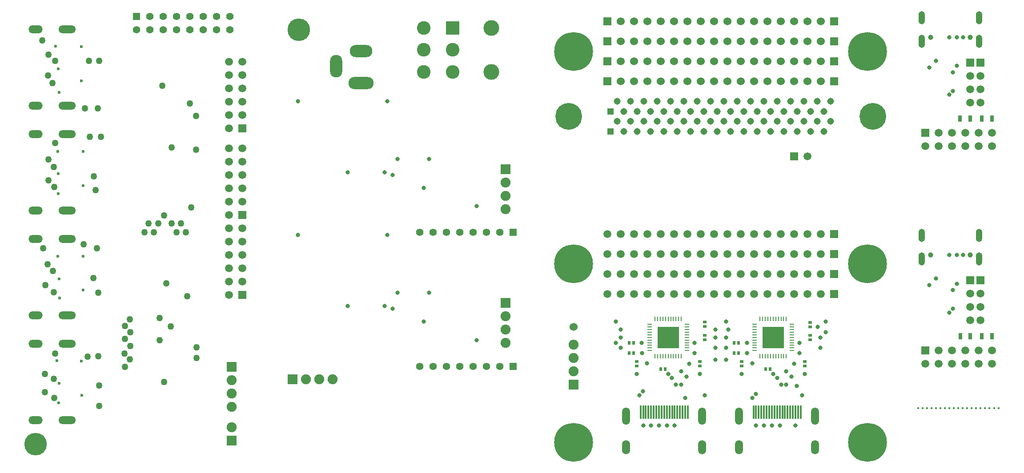
<source format=gbs>
G04*
G04 #@! TF.GenerationSoftware,Altium Limited,Altium Designer,19.1.6 (110)*
G04*
G04 Layer_Color=16711935*
%FSLAX43Y43*%
%MOMM*%
G71*
G01*
G75*
%ADD19R,0.700X1.300*%
%ADD21R,0.700X0.540*%
%ADD32R,0.250X0.900*%
%ADD33R,4.100X4.100*%
%ADD34R,0.900X0.250*%
%ADD35R,0.540X0.700*%
%ADD40C,0.400*%
%ADD41O,1.250X2.500*%
%ADD42C,1.000*%
%ADD43R,1.500X1.500*%
%ADD44C,1.500*%
%ADD45R,1.500X1.500*%
%ADD46C,1.524*%
%ADD47R,1.900X1.900*%
%ADD48C,1.900*%
%ADD49C,1.388*%
%ADD50R,1.388X1.388*%
%ADD51O,4.318X2.337*%
%ADD52O,2.337X4.318*%
%ADD53O,4.826X2.337*%
%ADD54C,7.400*%
%ADD55O,1.500X2.700*%
%ADD56O,1.500X3.300*%
%ADD57R,1.524X1.524*%
%ADD58R,1.308X1.308*%
%ADD59C,5.100*%
%ADD60C,1.308*%
%ADD61C,3.000*%
%ADD62C,2.600*%
%ADD63R,2.600X2.600*%
%ADD64R,1.900X1.900*%
%ADD65C,1.398*%
%ADD66R,1.398X1.398*%
%ADD67O,2.700X1.500*%
%ADD68O,3.300X1.500*%
%ADD69C,4.300*%
%ADD70C,0.800*%
%ADD71C,0.600*%
%ADD72C,1.270*%
%ADD76R,0.300X2.600*%
D19*
X186400Y24750D02*
D03*
X184500D02*
D03*
X180350Y66250D02*
D03*
X182250D02*
D03*
X184500D02*
D03*
X186400D02*
D03*
X182300Y24750D02*
D03*
X180400D02*
D03*
D21*
X130750Y19930D02*
D03*
Y19070D02*
D03*
X138750Y19930D02*
D03*
Y19070D02*
D03*
X151750Y24930D02*
D03*
Y24070D02*
D03*
X131750Y24930D02*
D03*
Y24070D02*
D03*
X118750Y19930D02*
D03*
Y19070D02*
D03*
X150750Y19930D02*
D03*
Y19070D02*
D03*
X151750Y27360D02*
D03*
Y26500D02*
D03*
X131750Y27430D02*
D03*
Y26570D02*
D03*
D32*
X147250Y20950D02*
D03*
X146750D02*
D03*
X145250D02*
D03*
X144750D02*
D03*
X144250D02*
D03*
X143750D02*
D03*
X142250D02*
D03*
Y28050D02*
D03*
X142750D02*
D03*
X143250D02*
D03*
X143750D02*
D03*
X144250D02*
D03*
X144750D02*
D03*
X145250D02*
D03*
X145750D02*
D03*
X146250D02*
D03*
X146750D02*
D03*
X147250D02*
D03*
X142750Y20950D02*
D03*
X143250D02*
D03*
X145750D02*
D03*
X146250D02*
D03*
X127250D02*
D03*
X126750D02*
D03*
X126250D02*
D03*
X125750D02*
D03*
X125250D02*
D03*
X124750D02*
D03*
X124250D02*
D03*
X123750D02*
D03*
X123250D02*
D03*
X122750D02*
D03*
X122250D02*
D03*
Y28050D02*
D03*
X122750D02*
D03*
X123250D02*
D03*
X123750D02*
D03*
X124250D02*
D03*
X124750D02*
D03*
X125250D02*
D03*
X125750D02*
D03*
X126250D02*
D03*
X126750D02*
D03*
X127250D02*
D03*
D33*
X144750Y24500D02*
D03*
X124750D02*
D03*
D34*
X148300Y25000D02*
D03*
Y25500D02*
D03*
Y26000D02*
D03*
Y26500D02*
D03*
Y24500D02*
D03*
Y24000D02*
D03*
Y23500D02*
D03*
Y23000D02*
D03*
Y22500D02*
D03*
Y27000D02*
D03*
Y22000D02*
D03*
X141200D02*
D03*
Y22500D02*
D03*
Y23000D02*
D03*
Y23500D02*
D03*
Y24000D02*
D03*
Y24500D02*
D03*
Y25000D02*
D03*
Y25500D02*
D03*
Y26000D02*
D03*
Y26500D02*
D03*
Y27000D02*
D03*
X128300Y25000D02*
D03*
Y25500D02*
D03*
Y26000D02*
D03*
Y26500D02*
D03*
Y24500D02*
D03*
Y24000D02*
D03*
Y23500D02*
D03*
Y23000D02*
D03*
Y22500D02*
D03*
Y27000D02*
D03*
Y22000D02*
D03*
X121200D02*
D03*
Y22500D02*
D03*
Y23000D02*
D03*
Y23500D02*
D03*
Y24000D02*
D03*
Y24500D02*
D03*
Y25000D02*
D03*
Y25500D02*
D03*
Y26000D02*
D03*
Y26500D02*
D03*
Y27000D02*
D03*
D35*
X124180Y18500D02*
D03*
X123320D02*
D03*
X137320Y21500D02*
D03*
X138180D02*
D03*
X137320Y23500D02*
D03*
X138180D02*
D03*
X117320D02*
D03*
X118180D02*
D03*
X117320Y21500D02*
D03*
X118180D02*
D03*
X143320Y18500D02*
D03*
X144180D02*
D03*
D40*
X187650Y11000D02*
D03*
X186800D02*
D03*
X185950D02*
D03*
X172350D02*
D03*
X173200D02*
D03*
X174050D02*
D03*
X174900D02*
D03*
X175750D02*
D03*
X176600D02*
D03*
X177450D02*
D03*
X178300D02*
D03*
X179150D02*
D03*
X180000D02*
D03*
X180850D02*
D03*
X181700D02*
D03*
X182550D02*
D03*
X183400D02*
D03*
X184250D02*
D03*
X185100D02*
D03*
D41*
X173080Y43950D02*
D03*
X183930D02*
D03*
X173080Y39450D02*
D03*
X183930D02*
D03*
Y80950D02*
D03*
X173080D02*
D03*
X183930Y85450D02*
D03*
X173080D02*
D03*
D42*
X174750Y40250D02*
D03*
X182250D02*
D03*
Y81750D02*
D03*
X174750D02*
D03*
D43*
X182250Y35370D02*
D03*
X184250D02*
D03*
Y76870D02*
D03*
X182250D02*
D03*
X43688Y64389D02*
D03*
Y32639D02*
D03*
Y47879D02*
D03*
D44*
X182250Y32830D02*
D03*
Y30290D02*
D03*
Y27750D02*
D03*
X184250D02*
D03*
Y30290D02*
D03*
Y32830D02*
D03*
X176290Y22000D02*
D03*
X178830D02*
D03*
X181370D02*
D03*
X183910D02*
D03*
X186450D02*
D03*
X173750Y19460D02*
D03*
X176290D02*
D03*
X178830D02*
D03*
X181370D02*
D03*
X183910D02*
D03*
X186450D02*
D03*
X153780Y32750D02*
D03*
X151240D02*
D03*
X148700D02*
D03*
X146160D02*
D03*
X143620D02*
D03*
X141080D02*
D03*
X138540D02*
D03*
X136000D02*
D03*
X133460D02*
D03*
X130920D02*
D03*
X128380D02*
D03*
X125840D02*
D03*
X123300D02*
D03*
X120760D02*
D03*
X118220D02*
D03*
X115680D02*
D03*
X113140D02*
D03*
X153780Y36560D02*
D03*
X151240D02*
D03*
X148700D02*
D03*
X146160D02*
D03*
X143620D02*
D03*
X141080D02*
D03*
X138540D02*
D03*
X136000D02*
D03*
X133460D02*
D03*
X130920D02*
D03*
X128380D02*
D03*
X125840D02*
D03*
X123300D02*
D03*
X120760D02*
D03*
X118220D02*
D03*
X115680D02*
D03*
X113140D02*
D03*
X153780Y40370D02*
D03*
X151240D02*
D03*
X148700D02*
D03*
X146160D02*
D03*
X143620D02*
D03*
X141080D02*
D03*
X138540D02*
D03*
X136000D02*
D03*
X133460D02*
D03*
X130920D02*
D03*
X128380D02*
D03*
X125840D02*
D03*
X123300D02*
D03*
X120760D02*
D03*
X118220D02*
D03*
X115680D02*
D03*
X113140D02*
D03*
X153780Y44180D02*
D03*
X151240D02*
D03*
X148700D02*
D03*
X146160D02*
D03*
X143620D02*
D03*
X141080D02*
D03*
X138540D02*
D03*
X136000D02*
D03*
X133460D02*
D03*
X130920D02*
D03*
X128380D02*
D03*
X125840D02*
D03*
X123300D02*
D03*
X120760D02*
D03*
X118220D02*
D03*
X115680D02*
D03*
X113140D02*
D03*
X184250Y69250D02*
D03*
Y74330D02*
D03*
Y71790D02*
D03*
X173750Y60960D02*
D03*
X176290D02*
D03*
Y63500D02*
D03*
X181370Y60960D02*
D03*
X178830D02*
D03*
X183910D02*
D03*
X181370Y63500D02*
D03*
X178830D02*
D03*
X186450Y60960D02*
D03*
X183910Y63500D02*
D03*
X186450D02*
D03*
X182250Y71790D02*
D03*
Y69250D02*
D03*
Y74330D02*
D03*
X151290Y59003D02*
D03*
X43688Y66929D02*
D03*
Y69469D02*
D03*
Y72009D02*
D03*
Y74549D02*
D03*
Y77089D02*
D03*
X41148Y64389D02*
D03*
Y66929D02*
D03*
Y69469D02*
D03*
Y72009D02*
D03*
Y74549D02*
D03*
Y77089D02*
D03*
X43688Y35179D02*
D03*
Y37719D02*
D03*
Y40259D02*
D03*
Y42799D02*
D03*
Y45339D02*
D03*
X41148Y32639D02*
D03*
Y35179D02*
D03*
Y37719D02*
D03*
Y40259D02*
D03*
Y42799D02*
D03*
Y45339D02*
D03*
X43688Y50419D02*
D03*
Y52959D02*
D03*
Y55499D02*
D03*
Y58039D02*
D03*
Y60579D02*
D03*
X41148Y47879D02*
D03*
Y50419D02*
D03*
Y52959D02*
D03*
Y55499D02*
D03*
Y58039D02*
D03*
Y60579D02*
D03*
D45*
X173750Y22000D02*
D03*
X156320Y32750D02*
D03*
Y36560D02*
D03*
Y40370D02*
D03*
Y44180D02*
D03*
X173750Y63500D02*
D03*
X148750Y59003D02*
D03*
D46*
X106750Y26500D02*
D03*
X153780Y73323D02*
D03*
X151240D02*
D03*
X148700D02*
D03*
X146160D02*
D03*
X143620D02*
D03*
X141080D02*
D03*
X138540D02*
D03*
X136000D02*
D03*
X115680D02*
D03*
X118220D02*
D03*
X120760D02*
D03*
X123300D02*
D03*
X125840D02*
D03*
X128380D02*
D03*
X130920D02*
D03*
X133460D02*
D03*
X115680Y80943D02*
D03*
X118220D02*
D03*
X120760D02*
D03*
X123300D02*
D03*
X125840D02*
D03*
X128380D02*
D03*
X130920D02*
D03*
X133460D02*
D03*
X115680Y77133D02*
D03*
X118220D02*
D03*
X120760D02*
D03*
X123300D02*
D03*
X125840D02*
D03*
X128380D02*
D03*
X130920D02*
D03*
X133460D02*
D03*
X115680Y84753D02*
D03*
X118220D02*
D03*
X120760D02*
D03*
X123300D02*
D03*
X125840D02*
D03*
X128380D02*
D03*
X130920D02*
D03*
X133460D02*
D03*
X153780Y80943D02*
D03*
X151240D02*
D03*
X148700D02*
D03*
X146160D02*
D03*
X143620D02*
D03*
X141080D02*
D03*
X138540D02*
D03*
X136000D02*
D03*
X153780Y77133D02*
D03*
X151240D02*
D03*
X148700D02*
D03*
X146160D02*
D03*
X143620D02*
D03*
X141080D02*
D03*
X138540D02*
D03*
X136000D02*
D03*
X153780Y84753D02*
D03*
X151240D02*
D03*
X148700D02*
D03*
X146160D02*
D03*
X143620D02*
D03*
X141080D02*
D03*
X138540D02*
D03*
X136000D02*
D03*
D47*
X93750Y31043D02*
D03*
X93750Y56543D02*
D03*
X41656Y18923D02*
D03*
Y4826D02*
D03*
X106750Y15500D02*
D03*
D48*
X93750Y28503D02*
D03*
Y25963D02*
D03*
Y23423D02*
D03*
X93750Y48923D02*
D03*
Y51463D02*
D03*
Y54003D02*
D03*
X55790Y16503D02*
D03*
X58330D02*
D03*
X60870D02*
D03*
X41656Y11303D02*
D03*
Y13843D02*
D03*
Y16383D02*
D03*
Y7366D02*
D03*
X106750Y18040D02*
D03*
Y20580D02*
D03*
Y23120D02*
D03*
D49*
X77470Y19003D02*
D03*
X80010D02*
D03*
X82550D02*
D03*
X85090D02*
D03*
X87630D02*
D03*
X90170D02*
D03*
X92710D02*
D03*
X77470Y44503D02*
D03*
X80010D02*
D03*
X82550D02*
D03*
X85090D02*
D03*
X87630D02*
D03*
X90170D02*
D03*
X92710D02*
D03*
D50*
X95250Y19003D02*
D03*
X95250Y44503D02*
D03*
D51*
X66236Y79053D02*
D03*
D52*
X61521Y76203D02*
D03*
D53*
X66250Y73003D02*
D03*
D54*
X106750Y4500D02*
D03*
X162750D02*
D03*
Y38500D02*
D03*
X106750D02*
D03*
X106750Y79003D02*
D03*
X162750D02*
D03*
D55*
X116750Y3540D02*
D03*
X131250D02*
D03*
X138250D02*
D03*
X152750D02*
D03*
D56*
X116750Y9500D02*
D03*
X131250D02*
D03*
X138250D02*
D03*
X152750D02*
D03*
D57*
X156320Y73323D02*
D03*
X113140D02*
D03*
Y80943D02*
D03*
Y77133D02*
D03*
Y84753D02*
D03*
X156320Y80943D02*
D03*
Y77133D02*
D03*
Y84753D02*
D03*
D58*
X113775Y63798D02*
D03*
Y67608D02*
D03*
D59*
X105775Y66656D02*
D03*
X163685D02*
D03*
D60*
X116315Y63798D02*
D03*
X118855D02*
D03*
X121395D02*
D03*
X123935D02*
D03*
X126475D02*
D03*
X129015D02*
D03*
X131555D02*
D03*
X134095D02*
D03*
X136635D02*
D03*
X139175D02*
D03*
X141715D02*
D03*
X144255D02*
D03*
X146795D02*
D03*
X149335D02*
D03*
X151875D02*
D03*
X154415D02*
D03*
X115045Y65703D02*
D03*
X117585D02*
D03*
X120125D02*
D03*
X122665D02*
D03*
X125205D02*
D03*
X127745D02*
D03*
X130285D02*
D03*
X132825D02*
D03*
X135365D02*
D03*
X137905D02*
D03*
X140445D02*
D03*
X142985D02*
D03*
X145525D02*
D03*
X148065D02*
D03*
X150605D02*
D03*
X153145D02*
D03*
X155685D02*
D03*
X116315Y67608D02*
D03*
X118855D02*
D03*
X121395D02*
D03*
X123935D02*
D03*
X126475D02*
D03*
X129015D02*
D03*
X131555D02*
D03*
X134095D02*
D03*
X136635D02*
D03*
X139175D02*
D03*
X141715D02*
D03*
X144255D02*
D03*
X146795D02*
D03*
X149335D02*
D03*
X151875D02*
D03*
X154415D02*
D03*
X115045Y69513D02*
D03*
X117585D02*
D03*
X120125D02*
D03*
X122665D02*
D03*
X125205D02*
D03*
X127745D02*
D03*
X130285D02*
D03*
X132825D02*
D03*
X135365D02*
D03*
X137905D02*
D03*
X140445D02*
D03*
X142985D02*
D03*
X145525D02*
D03*
X148065D02*
D03*
X150605D02*
D03*
X153145D02*
D03*
X155685D02*
D03*
D61*
X91050Y75103D02*
D03*
Y83503D02*
D03*
D62*
X78250Y75103D02*
D03*
Y79303D02*
D03*
X83750Y75103D02*
D03*
Y79303D02*
D03*
X78250Y83503D02*
D03*
D63*
X83750D02*
D03*
D64*
X53250Y16503D02*
D03*
D65*
X41275Y83185D02*
D03*
X38735D02*
D03*
X36195D02*
D03*
X33655D02*
D03*
X31115D02*
D03*
X28575D02*
D03*
X26035D02*
D03*
X23495D02*
D03*
X41275Y85725D02*
D03*
X38735D02*
D03*
X36195D02*
D03*
X33655D02*
D03*
X31115D02*
D03*
X28575D02*
D03*
X26035D02*
D03*
D66*
X23495D02*
D03*
D67*
X4327Y68696D02*
D03*
Y83196D02*
D03*
Y48715D02*
D03*
Y63215D02*
D03*
Y28733D02*
D03*
Y43233D02*
D03*
Y8752D02*
D03*
Y23252D02*
D03*
D68*
X10287Y68696D02*
D03*
Y83196D02*
D03*
Y48715D02*
D03*
Y63215D02*
D03*
Y28733D02*
D03*
Y43233D02*
D03*
Y8752D02*
D03*
Y23252D02*
D03*
D69*
X4318Y4191D02*
D03*
X54441Y83182D02*
D03*
D70*
X141492Y13742D02*
D03*
X140750Y13000D02*
D03*
X180900Y81750D02*
D03*
X179750Y81750D02*
D03*
X141500Y7750D02*
D03*
X120000D02*
D03*
X175750Y77250D02*
D03*
X174510Y75990D02*
D03*
X153250Y26500D02*
D03*
X136250Y26000D02*
D03*
X115750D02*
D03*
X114750Y27500D02*
D03*
X154750D02*
D03*
X135750Y27500D02*
D03*
X178250Y81750D02*
D03*
X179750Y76250D02*
D03*
X179000Y75000D02*
D03*
X178258Y70758D02*
D03*
X179000Y71500D02*
D03*
X135750Y20250D02*
D03*
X133750D02*
D03*
X126000Y7750D02*
D03*
X121500D02*
D03*
X123000D02*
D03*
X124500D02*
D03*
X150250Y13500D02*
D03*
X149250Y15250D02*
D03*
X146250Y15500D02*
D03*
X138750Y17500D02*
D03*
X143000Y7750D02*
D03*
X144500D02*
D03*
X146000D02*
D03*
X149000D02*
D03*
X147250Y15500D02*
D03*
X148250Y17000D02*
D03*
X147250Y18000D02*
D03*
X63750Y30503D02*
D03*
X54250Y44003D02*
D03*
X71250D02*
D03*
X88250Y24003D02*
D03*
X79250Y33003D02*
D03*
X78250Y27503D02*
D03*
X73250Y33003D02*
D03*
X70750Y30503D02*
D03*
X72250Y30003D02*
D03*
X88250Y49503D02*
D03*
X63750Y56003D02*
D03*
X71250Y69503D02*
D03*
X73250Y58503D02*
D03*
X79250D02*
D03*
X78250Y53003D02*
D03*
X72250Y55503D02*
D03*
X70750Y56003D02*
D03*
X115750Y22500D02*
D03*
X114750Y23500D02*
D03*
X119690Y23500D02*
D03*
X118750Y17500D02*
D03*
X129750Y23500D02*
D03*
X139750Y23500D02*
D03*
X149750Y23500D02*
D03*
X153750Y22500D02*
D03*
X133750D02*
D03*
X135750D02*
D03*
X140750Y19550D02*
D03*
X149750Y21500D02*
D03*
X139750D02*
D03*
X133750Y24500D02*
D03*
X119750Y21500D02*
D03*
X128750Y19500D02*
D03*
X129750Y21500D02*
D03*
X120750Y19550D02*
D03*
X115750Y24500D02*
D03*
X148750Y19500D02*
D03*
X135750Y24500D02*
D03*
X153750D02*
D03*
X54250Y69503D02*
D03*
X154750Y25500D02*
D03*
X150750Y17500D02*
D03*
X130750D02*
D03*
X133750Y26000D02*
D03*
X145492Y16758D02*
D03*
X144750Y17500D02*
D03*
X124750D02*
D03*
X128250Y17000D02*
D03*
X127250Y18000D02*
D03*
X128000Y13000D02*
D03*
X127250Y15500D02*
D03*
X125492Y16758D02*
D03*
X126250Y15500D02*
D03*
X131750Y13500D02*
D03*
X119992Y14242D02*
D03*
X119250Y13500D02*
D03*
X180900Y40250D02*
D03*
X179750Y40250D02*
D03*
X178250Y40250D02*
D03*
X179750Y34750D02*
D03*
X179000Y33500D02*
D03*
Y30000D02*
D03*
X178258Y29258D02*
D03*
X174510Y34490D02*
D03*
X175750Y35750D02*
D03*
D71*
X8763Y15748D02*
D03*
X8700Y12002D02*
D03*
X13335Y33528D02*
D03*
X8911Y31983D02*
D03*
X8763Y71247D02*
D03*
X13333Y53465D02*
D03*
X8763Y35687D02*
D03*
X8636Y55753D02*
D03*
Y75692D02*
D03*
X8509Y59944D02*
D03*
X8636Y51943D02*
D03*
X13018Y20002D02*
D03*
X8382Y20066D02*
D03*
X8509Y40005D02*
D03*
X13017Y79946D02*
D03*
X8128Y80010D02*
D03*
X13335Y40005D02*
D03*
Y59944D02*
D03*
X13041Y73446D02*
D03*
X13081Y13502D02*
D03*
D72*
X6096Y14097D02*
D03*
X7848Y12980D02*
D03*
X7747Y16637D02*
D03*
X6707Y74446D02*
D03*
X14478Y77216D02*
D03*
X7493Y73025D02*
D03*
X5588Y81153D02*
D03*
X16002Y41529D02*
D03*
X13462Y42291D02*
D03*
X15367Y55245D02*
D03*
X16383Y15367D02*
D03*
X6096Y17573D02*
D03*
X14605Y62738D02*
D03*
X16764D02*
D03*
X7874Y53213D02*
D03*
X15748Y52578D02*
D03*
X7747Y33147D02*
D03*
X15336Y35814D02*
D03*
X16256Y33020D02*
D03*
X34925Y22606D02*
D03*
X32004Y46228D02*
D03*
X33909Y49276D02*
D03*
X32893Y44577D02*
D03*
X31115D02*
D03*
X30226Y46228D02*
D03*
X25019Y44577D02*
D03*
X26797D02*
D03*
X34877Y66754D02*
D03*
X34869Y60254D02*
D03*
X30178Y60754D02*
D03*
X30059Y26583D02*
D03*
X27940Y24003D02*
D03*
Y28194D02*
D03*
X33179Y32385D02*
D03*
X21336Y26670D02*
D03*
Y24257D02*
D03*
X22352Y22860D02*
D03*
X21209Y21463D02*
D03*
X6731Y58420D02*
D03*
X7747Y57023D02*
D03*
X6731Y54483D02*
D03*
X6606Y38483D02*
D03*
X7620Y37211D02*
D03*
X6162Y34483D02*
D03*
X6771Y78446D02*
D03*
X8001Y77216D02*
D03*
X22352Y25527D02*
D03*
X22225Y27940D02*
D03*
X27686Y46228D02*
D03*
X25781D02*
D03*
X16129Y68199D02*
D03*
X14224Y20828D02*
D03*
X16256Y20955D02*
D03*
X16383Y77216D02*
D03*
X13716Y68199D02*
D03*
X34925Y20574D02*
D03*
X28448Y72512D02*
D03*
X28765Y16002D02*
D03*
X5715Y41529D02*
D03*
X29210Y34798D02*
D03*
X28768Y47757D02*
D03*
X21336Y18923D02*
D03*
X22225Y20320D02*
D03*
X33694Y69088D02*
D03*
X8001Y21463D02*
D03*
Y61595D02*
D03*
X16383Y11430D02*
D03*
D76*
X122000Y10260D02*
D03*
X121000D02*
D03*
X145000D02*
D03*
X144500D02*
D03*
X142500D02*
D03*
X142000D02*
D03*
X128500D02*
D03*
X128000D02*
D03*
X127500D02*
D03*
X127000D02*
D03*
X126500D02*
D03*
X126000D02*
D03*
X125500D02*
D03*
X125000D02*
D03*
X124500D02*
D03*
X124000D02*
D03*
X123500D02*
D03*
X123000D02*
D03*
X122500D02*
D03*
X121500D02*
D03*
X120500D02*
D03*
X120000D02*
D03*
X119500D02*
D03*
X150000D02*
D03*
X149500D02*
D03*
X149000D02*
D03*
X148500D02*
D03*
X148000D02*
D03*
X147500D02*
D03*
X147000D02*
D03*
X146500D02*
D03*
X146000D02*
D03*
X145500D02*
D03*
X143000D02*
D03*
X141500D02*
D03*
X141000D02*
D03*
X143500D02*
D03*
X144000D02*
D03*
M02*

</source>
